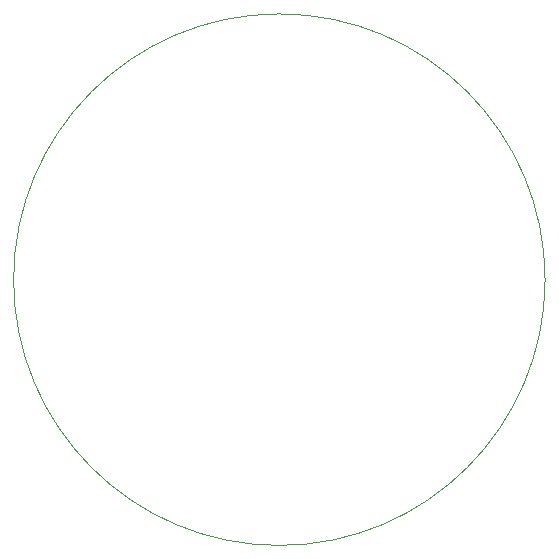
<source format=gm1>
%TF.GenerationSoftware,KiCad,Pcbnew,(6.0.9)*%
%TF.CreationDate,2023-02-02T11:12:29+01:00*%
%TF.ProjectId,SamsungLedBoard,53616d73-756e-4674-9c65-64426f617264,rev?*%
%TF.SameCoordinates,Original*%
%TF.FileFunction,Profile,NP*%
%FSLAX46Y46*%
G04 Gerber Fmt 4.6, Leading zero omitted, Abs format (unit mm)*
G04 Created by KiCad (PCBNEW (6.0.9)) date 2023-02-02 11:12:29*
%MOMM*%
%LPD*%
G01*
G04 APERTURE LIST*
%TA.AperFunction,Profile*%
%ADD10C,0.050000*%
%TD*%
G04 APERTURE END LIST*
D10*
X172500000Y-100000000D02*
G75*
G03*
X172500000Y-100000000I-22500000J0D01*
G01*
M02*

</source>
